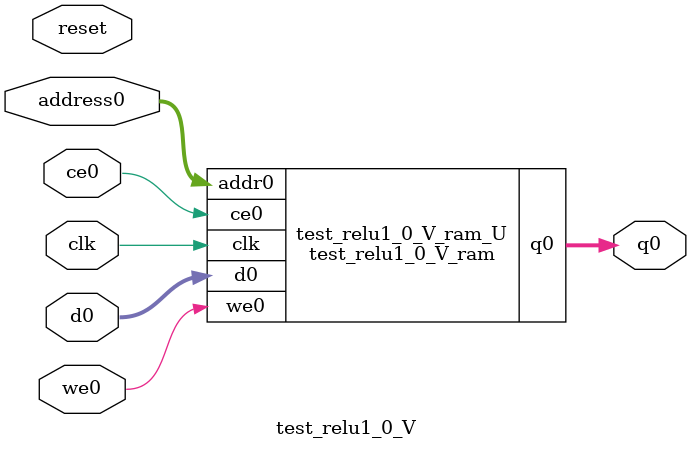
<source format=v>
`timescale 1 ns / 1 ps
module test_relu1_0_V_ram (addr0, ce0, d0, we0, q0,  clk);

parameter DWIDTH = 4;
parameter AWIDTH = 20;
parameter MEM_SIZE = 819200;

input[AWIDTH-1:0] addr0;
input ce0;
input[DWIDTH-1:0] d0;
input we0;
output reg[DWIDTH-1:0] q0;
input clk;

(* ram_style = "block" *)reg [DWIDTH-1:0] ram[0:MEM_SIZE-1];




always @(posedge clk)  
begin 
    if (ce0) begin
        if (we0) 
            ram[addr0] <= d0; 
        q0 <= ram[addr0];
    end
end


endmodule

`timescale 1 ns / 1 ps
module test_relu1_0_V(
    reset,
    clk,
    address0,
    ce0,
    we0,
    d0,
    q0);

parameter DataWidth = 32'd4;
parameter AddressRange = 32'd819200;
parameter AddressWidth = 32'd20;
input reset;
input clk;
input[AddressWidth - 1:0] address0;
input ce0;
input we0;
input[DataWidth - 1:0] d0;
output[DataWidth - 1:0] q0;



test_relu1_0_V_ram test_relu1_0_V_ram_U(
    .clk( clk ),
    .addr0( address0 ),
    .ce0( ce0 ),
    .we0( we0 ),
    .d0( d0 ),
    .q0( q0 ));

endmodule


</source>
